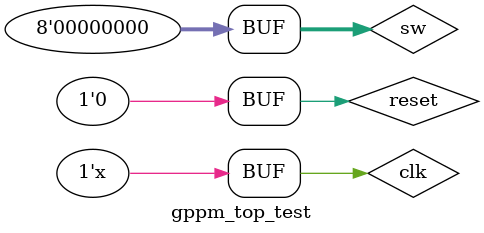
<source format=v>
`timescale 1ns / 1ps

module gppm_top_test;

	// Inputs
	reg clk;
	reg reset;
	reg [7:0] sw;

	// Outputs
	wire [7:0] leds;

	// Instantiate the Unit Under Test (UUT)
	gppm_top uut (
		.clk(clk), 
		.reset(reset), 
		.sw(sw), 
		.leds(leds)
	);

	initial begin
		// Initialize Inputs
		clk = 0;
		reset = 0;
		sw = 0;

		// Wait 100 ns for global reset to finish
		#100;
        
		// Add stimulus here
		reset = 1;
		#100
		reset = 0;
	end
	
	always
	begin
		#100
		clk = !clk;
	end
endmodule


</source>
